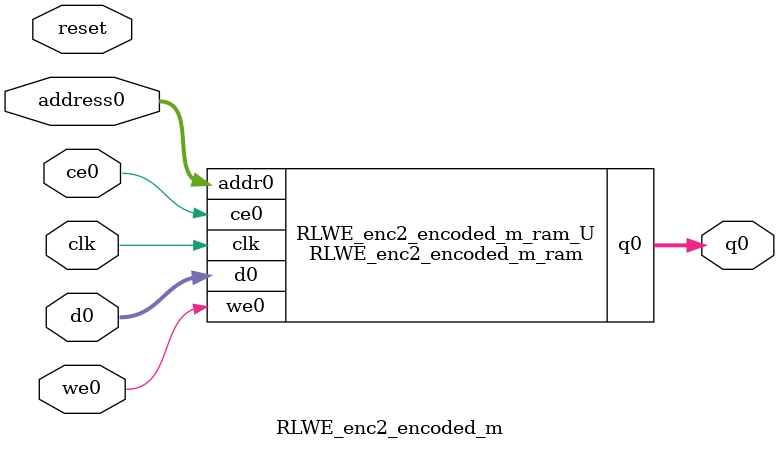
<source format=v>

`timescale 1 ns / 1 ps
module RLWE_enc2_encoded_m_ram (addr0, ce0, d0, we0, q0,  clk);

parameter DWIDTH = 16;
parameter AWIDTH = 8;
parameter MEM_SIZE = 256;

input[AWIDTH-1:0] addr0;
input ce0;
input[DWIDTH-1:0] d0;
input we0;
output reg[DWIDTH-1:0] q0;
input clk;

(* ram_style = "block" *)reg [DWIDTH-1:0] ram[0:MEM_SIZE-1];




always @(posedge clk)  
begin 
    if (ce0) 
    begin
        if (we0) 
        begin 
            ram[addr0] <= d0; 
            q0 <= d0;
        end 
        else 
            q0 <= ram[addr0];
    end
end


endmodule


`timescale 1 ns / 1 ps
module RLWE_enc2_encoded_m(
    reset,
    clk,
    address0,
    ce0,
    we0,
    d0,
    q0);

parameter DataWidth = 32'd16;
parameter AddressRange = 32'd256;
parameter AddressWidth = 32'd8;
input reset;
input clk;
input[AddressWidth - 1:0] address0;
input ce0;
input we0;
input[DataWidth - 1:0] d0;
output[DataWidth - 1:0] q0;



RLWE_enc2_encoded_m_ram RLWE_enc2_encoded_m_ram_U(
    .clk( clk ),
    .addr0( address0 ),
    .ce0( ce0 ),
    .d0( d0 ),
    .we0( we0 ),
    .q0( q0 ));

endmodule


</source>
